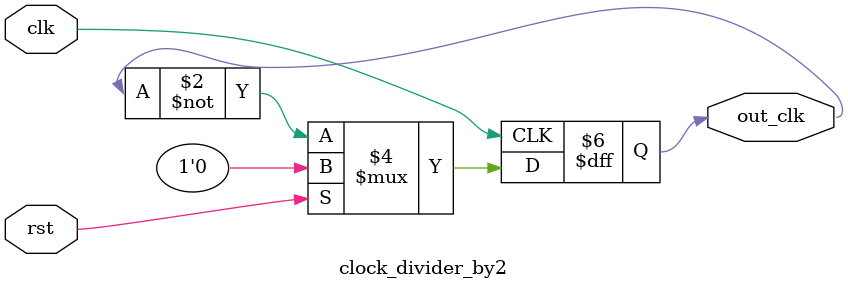
<source format=v>
module clock_divider_by2 ( clk ,rst,out_clk );
output reg out_clk;
input clk ;
input rst;
always @(posedge clk)
begin
if (rst)
     out_clk <= 1'b0;
else
     out_clk <= ~out_clk;	
end
endmodule
</source>
